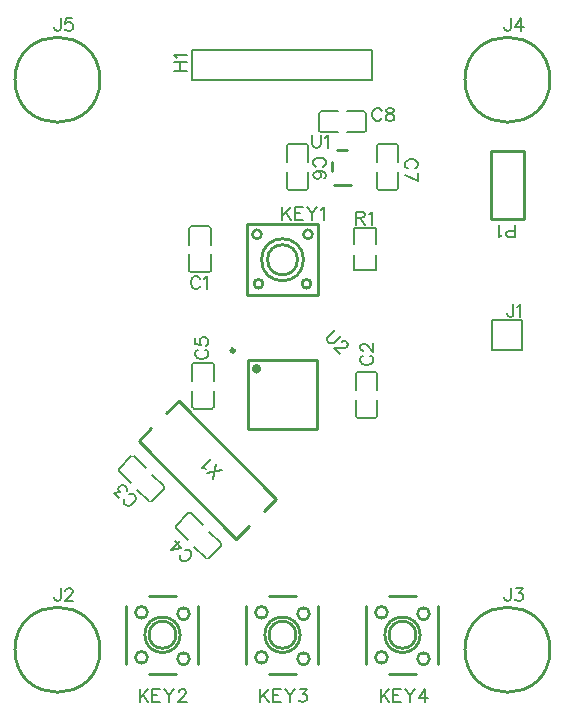
<source format=gto>
G04 Layer: TopSilkscreenLayer*
G04 EasyEDA v6.5.34, 2023-09-04 11:54:11*
G04 81153b16d9204a1fb18c57ec6b78e56b,7e63b50fb6014f29bd7207b67e5f40bc,10*
G04 Gerber Generator version 0.2*
G04 Scale: 100 percent, Rotated: No, Reflected: No *
G04 Dimensions in millimeters *
G04 leading zeros omitted , absolute positions ,4 integer and 5 decimal *
%FSLAX45Y45*%
%MOMM*%

%ADD10C,0.1524*%
%ADD11C,0.2540*%
%ADD12C,0.2032*%
%ADD13C,0.2030*%
%ADD14C,0.3000*%
%ADD15C,0.4000*%
%ADD16C,0.0164*%

%LPD*%
D10*
X2758699Y4594100D02*
G01*
X2769113Y4599434D01*
X2779527Y4609848D01*
X2784607Y4620008D01*
X2784607Y4640836D01*
X2779527Y4651250D01*
X2769113Y4661664D01*
X2758699Y4666998D01*
X2742951Y4672078D01*
X2717043Y4672078D01*
X2701549Y4666998D01*
X2691135Y4661664D01*
X2680721Y4651250D01*
X2675641Y4640836D01*
X2675641Y4620008D01*
X2680721Y4609848D01*
X2691135Y4599434D01*
X2701549Y4594100D01*
X2769113Y4497580D02*
G01*
X2779527Y4502660D01*
X2784607Y4518408D01*
X2784607Y4528568D01*
X2779527Y4544316D01*
X2763779Y4554730D01*
X2737871Y4559810D01*
X2711963Y4559810D01*
X2691135Y4554730D01*
X2680721Y4544316D01*
X2675641Y4528568D01*
X2675641Y4523488D01*
X2680721Y4507994D01*
X2691135Y4497580D01*
X2706629Y4492246D01*
X2711963Y4492246D01*
X2727457Y4497580D01*
X2737871Y4507994D01*
X2742951Y4523488D01*
X2742951Y4528568D01*
X2737871Y4544316D01*
X2727457Y4554730D01*
X2711963Y4559810D01*
X3533409Y4581425D02*
G01*
X3543823Y4586759D01*
X3554237Y4597173D01*
X3559317Y4607333D01*
X3559317Y4628161D01*
X3554237Y4638575D01*
X3543823Y4648989D01*
X3533409Y4654323D01*
X3517661Y4659403D01*
X3491753Y4659403D01*
X3476259Y4654323D01*
X3465845Y4648989D01*
X3455431Y4638575D01*
X3450351Y4628161D01*
X3450351Y4607333D01*
X3455431Y4597173D01*
X3465845Y4586759D01*
X3476259Y4581425D01*
X3559317Y4474491D02*
G01*
X3450351Y4526307D01*
X3559317Y4547135D02*
G01*
X3559317Y4474491D01*
X3255276Y5066301D02*
G01*
X3249942Y5076715D01*
X3239528Y5087129D01*
X3229368Y5092209D01*
X3208540Y5092209D01*
X3198126Y5087129D01*
X3187712Y5076715D01*
X3182378Y5066301D01*
X3177298Y5050553D01*
X3177298Y5024645D01*
X3182378Y5009151D01*
X3187712Y4998737D01*
X3198126Y4988323D01*
X3208540Y4983243D01*
X3229368Y4983243D01*
X3239528Y4988323D01*
X3249942Y4998737D01*
X3255276Y5009151D01*
X3315474Y5092209D02*
G01*
X3299980Y5087129D01*
X3294646Y5076715D01*
X3294646Y5066301D01*
X3299980Y5055887D01*
X3310394Y5050553D01*
X3330968Y5045473D01*
X3346716Y5040393D01*
X3357130Y5029979D01*
X3362210Y5019565D01*
X3362210Y5003817D01*
X3357130Y4993403D01*
X3351796Y4988323D01*
X3336302Y4983243D01*
X3315474Y4983243D01*
X3299980Y4988323D01*
X3294646Y4993403D01*
X3289566Y5003817D01*
X3289566Y5019565D01*
X3294646Y5029979D01*
X3305060Y5040393D01*
X3320808Y5045473D01*
X3341382Y5050553D01*
X3351796Y5055887D01*
X3357130Y5066301D01*
X3357130Y5076715D01*
X3351796Y5087129D01*
X3336302Y5092209D01*
X3315474Y5092209D01*
X2669306Y4863619D02*
G01*
X2669306Y4785641D01*
X2674386Y4770147D01*
X2684800Y4759733D01*
X2700548Y4754653D01*
X2710962Y4754653D01*
X2726456Y4759733D01*
X2736870Y4770147D01*
X2741950Y4785641D01*
X2741950Y4863619D01*
X2776240Y4842791D02*
G01*
X2786654Y4848125D01*
X2802402Y4863619D01*
X2802402Y4754653D01*
X536966Y1028209D02*
G01*
X536966Y945151D01*
X531632Y929403D01*
X526552Y924323D01*
X516138Y919243D01*
X505724Y919243D01*
X495310Y924323D01*
X489976Y929403D01*
X484896Y945151D01*
X484896Y955565D01*
X576336Y1002301D02*
G01*
X576336Y1007381D01*
X581416Y1017795D01*
X586750Y1023129D01*
X597164Y1028209D01*
X617992Y1028209D01*
X628406Y1023129D01*
X633486Y1017795D01*
X638566Y1007381D01*
X638566Y996967D01*
X633486Y986553D01*
X623072Y971059D01*
X571256Y919243D01*
X643900Y919243D01*
X4346958Y1028209D02*
G01*
X4346958Y945151D01*
X4341624Y929403D01*
X4336544Y924323D01*
X4326130Y919243D01*
X4315716Y919243D01*
X4305302Y924323D01*
X4299968Y929403D01*
X4294888Y945151D01*
X4294888Y955565D01*
X4391408Y1028209D02*
G01*
X4448558Y1028209D01*
X4417570Y986553D01*
X4433064Y986553D01*
X4443478Y981473D01*
X4448558Y976393D01*
X4453892Y960645D01*
X4453892Y950231D01*
X4448558Y934737D01*
X4438398Y924323D01*
X4422650Y919243D01*
X4407156Y919243D01*
X4391408Y924323D01*
X4386328Y929403D01*
X4381248Y939817D01*
X4346958Y5854199D02*
G01*
X4346958Y5771141D01*
X4341624Y5755393D01*
X4336544Y5750313D01*
X4326130Y5745233D01*
X4315716Y5745233D01*
X4305302Y5750313D01*
X4299968Y5755393D01*
X4294888Y5771141D01*
X4294888Y5781555D01*
X4433064Y5854199D02*
G01*
X4381248Y5781555D01*
X4458972Y5781555D01*
X4433064Y5854199D02*
G01*
X4433064Y5745233D01*
X536966Y5854199D02*
G01*
X536966Y5771141D01*
X531632Y5755393D01*
X526552Y5750313D01*
X516138Y5745233D01*
X505724Y5745233D01*
X495310Y5750313D01*
X489976Y5755393D01*
X484896Y5771141D01*
X484896Y5781555D01*
X633486Y5854199D02*
G01*
X581416Y5854199D01*
X576336Y5807463D01*
X581416Y5812543D01*
X597164Y5817877D01*
X612658Y5817877D01*
X628406Y5812543D01*
X638566Y5802383D01*
X643900Y5786635D01*
X643900Y5776221D01*
X638566Y5760727D01*
X628406Y5750313D01*
X612658Y5745233D01*
X597164Y5745233D01*
X581416Y5750313D01*
X576336Y5755393D01*
X571256Y5765807D01*
X1718576Y3643891D02*
G01*
X1713242Y3654305D01*
X1702828Y3664719D01*
X1692668Y3669799D01*
X1671840Y3669799D01*
X1661426Y3664719D01*
X1651012Y3654305D01*
X1645678Y3643891D01*
X1640598Y3628143D01*
X1640598Y3602235D01*
X1645678Y3586741D01*
X1651012Y3576327D01*
X1661426Y3565913D01*
X1671840Y3560833D01*
X1692668Y3560833D01*
X1702828Y3565913D01*
X1713242Y3576327D01*
X1718576Y3586741D01*
X1752866Y3648971D02*
G01*
X1763280Y3654305D01*
X1778774Y3669799D01*
X1778774Y3560833D01*
X3100565Y2997474D02*
G01*
X3090151Y2992140D01*
X3079734Y2981723D01*
X3074657Y2971566D01*
X3074657Y2950735D01*
X3079737Y2940324D01*
X3090151Y2929910D01*
X3100565Y2924576D01*
X3116313Y2919493D01*
X3142221Y2919493D01*
X3157715Y2924576D01*
X3168129Y2929910D01*
X3178543Y2940324D01*
X3183620Y2950735D01*
X3183623Y2971566D01*
X3178543Y2981723D01*
X3168129Y2992140D01*
X3157715Y2997474D01*
X3100565Y3036841D02*
G01*
X3095485Y3036841D01*
X3085071Y3042175D01*
X3079737Y3047255D01*
X3074657Y3057672D01*
X3074657Y3078497D01*
X3079734Y3088911D01*
X3085071Y3093991D01*
X3095482Y3099325D01*
X3105899Y3099328D01*
X3116313Y3093994D01*
X3131807Y3083577D01*
X3183623Y3031761D01*
X3183623Y3104405D01*
X1077727Y1781111D02*
G01*
X1074135Y1769976D01*
X1074135Y1755249D01*
X1077727Y1744471D01*
X1092456Y1729745D01*
X1103411Y1725973D01*
X1118138Y1725973D01*
X1129273Y1729564D01*
X1144003Y1737108D01*
X1162321Y1755427D01*
X1169685Y1769976D01*
X1173276Y1781111D01*
X1173276Y1795838D01*
X1169504Y1806795D01*
X1154777Y1821522D01*
X1144003Y1825114D01*
X1129273Y1825114D01*
X1118138Y1821522D01*
X1027798Y1794403D02*
G01*
X987386Y1834812D01*
X1038933Y1842178D01*
X1027976Y1853133D01*
X1024206Y1864088D01*
X1024026Y1871451D01*
X1031570Y1886181D01*
X1038933Y1893544D01*
X1053480Y1900908D01*
X1068209Y1900908D01*
X1082936Y1893364D01*
X1093891Y1882409D01*
X1101255Y1867860D01*
X1101435Y1860496D01*
X1097663Y1849541D01*
X1547632Y1311206D02*
G01*
X1544040Y1300071D01*
X1544040Y1285344D01*
X1547632Y1274566D01*
X1562361Y1259839D01*
X1573316Y1256068D01*
X1588043Y1256068D01*
X1599178Y1259659D01*
X1613908Y1267203D01*
X1632226Y1285521D01*
X1639590Y1300071D01*
X1643181Y1311206D01*
X1643181Y1325933D01*
X1639409Y1336890D01*
X1624683Y1351617D01*
X1613908Y1355209D01*
X1599178Y1355209D01*
X1588043Y1351617D01*
X1468427Y1353771D02*
G01*
X1556433Y1368501D01*
X1501294Y1423639D01*
X1468427Y1353771D02*
G01*
X1545478Y1430822D01*
X1703567Y3048261D02*
G01*
X1693153Y3042927D01*
X1682742Y3032513D01*
X1677662Y3022353D01*
X1677662Y3001525D01*
X1682742Y2991114D01*
X1693153Y2980700D01*
X1703570Y2975366D01*
X1719315Y2970283D01*
X1745223Y2970286D01*
X1760720Y2975366D01*
X1771131Y2980700D01*
X1781548Y2991111D01*
X1786628Y3001528D01*
X1786628Y3022356D01*
X1781548Y3032516D01*
X1771131Y3042930D01*
X1760720Y3048264D01*
X1677662Y3144784D02*
G01*
X1677662Y3092965D01*
X1724395Y3087634D01*
X1719315Y3092968D01*
X1713981Y3108462D01*
X1713981Y3123956D01*
X1719315Y3139704D01*
X1729475Y3150118D01*
X1745223Y3155195D01*
X1755637Y3155200D01*
X1771131Y3150115D01*
X1781548Y3139704D01*
X1786628Y3123956D01*
X1786625Y3108462D01*
X1781545Y3092968D01*
X1776468Y3087634D01*
X1766054Y3082554D01*
X1499880Y5408686D02*
G01*
X1608846Y5408686D01*
X1499880Y5481330D02*
G01*
X1608846Y5481330D01*
X1551696Y5408686D02*
G01*
X1551696Y5481330D01*
X1520708Y5515620D02*
G01*
X1515374Y5526034D01*
X1499880Y5541782D01*
X1608846Y5541782D01*
X4370062Y3432548D02*
G01*
X4370062Y3349490D01*
X4364728Y3333742D01*
X4359648Y3328662D01*
X4349234Y3323582D01*
X4338820Y3323582D01*
X4328406Y3328662D01*
X4323072Y3333742D01*
X4317992Y3349490D01*
X4317992Y3359904D01*
X4404352Y3411720D02*
G01*
X4414512Y3417054D01*
X4430260Y3432548D01*
X4430260Y3323582D01*
X2415278Y4254012D02*
G01*
X2415278Y4145046D01*
X2487922Y4254012D02*
G01*
X2415278Y4181368D01*
X2441186Y4207276D02*
G01*
X2487922Y4145046D01*
X2522212Y4254012D02*
G01*
X2522212Y4145046D01*
X2522212Y4254012D02*
G01*
X2589776Y4254012D01*
X2522212Y4202196D02*
G01*
X2563868Y4202196D01*
X2522212Y4145046D02*
G01*
X2589776Y4145046D01*
X2624066Y4254012D02*
G01*
X2665722Y4202196D01*
X2665722Y4145046D01*
X2707378Y4254012D02*
G01*
X2665722Y4202196D01*
X2741668Y4233184D02*
G01*
X2751828Y4238518D01*
X2767576Y4254012D01*
X2767576Y4145046D01*
X1205290Y173804D02*
G01*
X1205290Y64838D01*
X1277934Y173804D02*
G01*
X1205290Y101160D01*
X1231198Y127068D02*
G01*
X1277934Y64838D01*
X1312224Y173804D02*
G01*
X1312224Y64838D01*
X1312224Y173804D02*
G01*
X1379788Y173804D01*
X1312224Y121988D02*
G01*
X1353880Y121988D01*
X1312224Y64838D02*
G01*
X1379788Y64838D01*
X1414078Y173804D02*
G01*
X1455734Y121988D01*
X1455734Y64838D01*
X1497390Y173804D02*
G01*
X1455734Y121988D01*
X1536760Y147896D02*
G01*
X1536760Y152976D01*
X1541840Y163390D01*
X1547174Y168724D01*
X1557588Y173804D01*
X1578416Y173804D01*
X1588830Y168724D01*
X1593910Y163390D01*
X1598990Y152976D01*
X1598990Y142562D01*
X1593910Y132148D01*
X1583496Y116654D01*
X1531680Y64838D01*
X1604324Y64838D01*
X2225286Y173804D02*
G01*
X2225286Y64838D01*
X2297930Y173804D02*
G01*
X2225286Y101160D01*
X2251194Y127068D02*
G01*
X2297930Y64838D01*
X2332220Y173804D02*
G01*
X2332220Y64838D01*
X2332220Y173804D02*
G01*
X2399784Y173804D01*
X2332220Y121988D02*
G01*
X2373876Y121988D01*
X2332220Y64838D02*
G01*
X2399784Y64838D01*
X2434074Y173804D02*
G01*
X2475730Y121988D01*
X2475730Y64838D01*
X2517386Y173804D02*
G01*
X2475730Y121988D01*
X2561836Y173804D02*
G01*
X2618986Y173804D01*
X2587998Y132148D01*
X2603492Y132148D01*
X2613906Y127068D01*
X2618986Y121988D01*
X2624320Y106240D01*
X2624320Y95826D01*
X2618986Y80332D01*
X2608826Y69918D01*
X2593078Y64838D01*
X2577584Y64838D01*
X2561836Y69918D01*
X2556756Y74998D01*
X2551676Y85412D01*
X3245281Y173804D02*
G01*
X3245281Y64838D01*
X3317925Y173804D02*
G01*
X3245281Y101160D01*
X3271189Y127068D02*
G01*
X3317925Y64838D01*
X3352215Y173804D02*
G01*
X3352215Y64838D01*
X3352215Y173804D02*
G01*
X3419779Y173804D01*
X3352215Y121988D02*
G01*
X3393871Y121988D01*
X3352215Y64838D02*
G01*
X3419779Y64838D01*
X3454069Y173804D02*
G01*
X3495725Y121988D01*
X3495725Y64838D01*
X3537381Y173804D02*
G01*
X3495725Y121988D01*
X3623487Y173804D02*
G01*
X3571671Y101160D01*
X3649395Y101160D01*
X3623487Y173804D02*
G01*
X3623487Y64838D01*
X4383788Y3997965D02*
G01*
X4383788Y4106931D01*
X4383788Y3997965D02*
G01*
X4337052Y3997965D01*
X4321558Y4003045D01*
X4316224Y4008379D01*
X4311144Y4018793D01*
X4311144Y4034287D01*
X4316224Y4044701D01*
X4321558Y4049781D01*
X4337052Y4055115D01*
X4383788Y4055115D01*
X4276854Y4018793D02*
G01*
X4266440Y4013459D01*
X4250692Y3997965D01*
X4250692Y4106931D01*
X3037591Y4215899D02*
G01*
X3037591Y4106933D01*
X3037591Y4215899D02*
G01*
X3084327Y4215899D01*
X3099821Y4210819D01*
X3105155Y4205485D01*
X3110235Y4195071D01*
X3110235Y4184657D01*
X3105155Y4174243D01*
X3099821Y4169163D01*
X3084327Y4164083D01*
X3037591Y4164083D01*
X3073913Y4164083D02*
G01*
X3110235Y4106933D01*
X3144525Y4195071D02*
G01*
X3154939Y4200405D01*
X3170687Y4215899D01*
X3170687Y4106933D01*
X2856049Y3214001D02*
G01*
X2800908Y3158860D01*
X2793545Y3144314D01*
X2793545Y3129587D01*
X2801089Y3114860D01*
X2808452Y3107496D01*
X2823001Y3100133D01*
X2837728Y3100133D01*
X2852277Y3107496D01*
X2907416Y3162635D01*
X2917113Y3116298D02*
G01*
X2920705Y3119887D01*
X2931662Y3123661D01*
X2939206Y3123661D01*
X2950161Y3119889D01*
X2964708Y3105340D01*
X2968482Y3094382D01*
X2968482Y3086839D01*
X2964708Y3075886D01*
X2957344Y3068520D01*
X2946389Y3064751D01*
X2928071Y3061157D01*
X2854612Y3061337D01*
X2906158Y3009790D01*
X1825752Y1948957D02*
G01*
X1851436Y2077374D01*
X1774385Y2000323D02*
G01*
X1902802Y2026008D01*
X1764865Y2039299D02*
G01*
X1753730Y2042891D01*
X1731639Y2043069D01*
X1808690Y2120120D01*
X2451935Y4777013D02*
G01*
X2451935Y4636013D01*
X2632656Y4636013D02*
G01*
X2632656Y4777013D01*
X2617416Y4792253D02*
G01*
X2467175Y4792253D01*
X2451935Y4414773D02*
G01*
X2451935Y4555774D01*
X2632656Y4555774D02*
G01*
X2632656Y4414773D01*
X2617416Y4399534D02*
G01*
X2467175Y4399534D01*
X3213933Y4777013D02*
G01*
X3213933Y4636013D01*
X3394654Y4636013D02*
G01*
X3394654Y4777013D01*
X3379414Y4792253D02*
G01*
X3229173Y4792253D01*
X3213933Y4414773D02*
G01*
X3213933Y4555774D01*
X3394654Y4555774D02*
G01*
X3394654Y4414773D01*
X3379414Y4399534D02*
G01*
X3229173Y4399534D01*
X2742176Y4886533D02*
G01*
X2883176Y4886533D01*
X2883176Y5067254D02*
G01*
X2742176Y5067254D01*
X2726936Y5052014D02*
G01*
X2726936Y4901773D01*
X3104415Y4886533D02*
G01*
X2963415Y4886533D01*
X2963415Y5067254D02*
G01*
X3104415Y5067254D01*
X3119655Y5052014D02*
G01*
X3119655Y4901773D01*
D11*
X2853446Y4443496D02*
G01*
X2993143Y4443491D01*
X2881050Y4735591D02*
G01*
X2965528Y4735591D01*
X2834393Y4557796D02*
G01*
X2834393Y4633991D01*
D10*
X1807156Y3716273D02*
G01*
X1807156Y3857274D01*
X1626435Y3857274D02*
G01*
X1626435Y3716273D01*
X1641675Y3701034D02*
G01*
X1791916Y3701034D01*
X1807156Y4078513D02*
G01*
X1807156Y3937513D01*
X1626435Y3937513D02*
G01*
X1626435Y4078513D01*
X1641675Y4093753D02*
G01*
X1791916Y4093753D01*
X3036122Y2846611D02*
G01*
X3036122Y2705610D01*
X3216843Y2705610D02*
G01*
X3216843Y2846611D01*
X3201603Y2861851D02*
G01*
X3051362Y2861851D01*
X3036122Y2484371D02*
G01*
X3036122Y2625371D01*
X3216843Y2625371D02*
G01*
X3216843Y2484371D01*
X3201603Y2469131D02*
G01*
X3051362Y2469131D01*
X1029517Y2018466D02*
G01*
X1129220Y1918764D01*
X1257010Y2046554D02*
G01*
X1157307Y2146256D01*
X1135753Y2146256D02*
G01*
X1029517Y2040021D01*
X1285659Y1762325D02*
G01*
X1185956Y1862028D01*
X1313746Y1989818D02*
G01*
X1413449Y1890115D01*
X1413449Y1868561D02*
G01*
X1307213Y1762325D01*
X1896049Y1407515D02*
G01*
X1796346Y1507218D01*
X1668556Y1379428D02*
G01*
X1768259Y1279725D01*
X1789813Y1279725D02*
G01*
X1896049Y1385961D01*
X1639907Y1663656D02*
G01*
X1739610Y1563954D01*
X1611820Y1436164D02*
G01*
X1512117Y1535866D01*
X1512117Y1557421D02*
G01*
X1618353Y1663656D01*
X1832543Y2560571D02*
G01*
X1832543Y2701571D01*
X1651822Y2701571D02*
G01*
X1651822Y2560571D01*
X1667062Y2545331D02*
G01*
X1817303Y2545331D01*
X1832543Y2922811D02*
G01*
X1832543Y2781810D01*
X1651822Y2781810D02*
G01*
X1651822Y2922811D01*
X1667062Y2938051D02*
G01*
X1817303Y2938051D01*
D12*
X2986791Y5332483D02*
G01*
X3177291Y5332483D01*
X3177291Y5586483D01*
X1653291Y5586483D01*
X1653291Y5332483D01*
D13*
X1653291Y5332483D02*
G01*
X2986791Y5332483D01*
D12*
X4444992Y3047992D02*
G01*
X4190992Y3047992D01*
X4190992Y3301992D01*
X4444992Y3301992D01*
X4444992Y3111492D01*
D13*
X4444992Y3047992D02*
G01*
X4444992Y3111492D01*
D11*
X2115278Y4108495D02*
G01*
X2715277Y4108495D01*
X2115278Y3508522D02*
G01*
X2115278Y4108521D01*
X2715277Y3508496D02*
G01*
X2115278Y3508496D01*
X2715277Y4108495D02*
G01*
X2715277Y3508496D01*
X1287249Y963691D02*
G01*
X1511338Y963691D01*
X1094493Y388477D02*
G01*
X1094493Y878504D01*
X1287249Y303291D02*
G01*
X1511338Y303291D01*
X1704093Y388477D02*
G01*
X1704093Y878504D01*
X2303246Y963691D02*
G01*
X2527335Y963691D01*
X2110491Y388477D02*
G01*
X2110491Y878504D01*
X2303246Y303291D02*
G01*
X2527335Y303291D01*
X2720091Y388477D02*
G01*
X2720091Y878504D01*
X3319244Y963691D02*
G01*
X3543333Y963691D01*
X3126488Y388477D02*
G01*
X3126488Y878504D01*
X3319244Y303291D02*
G01*
X3543333Y303291D01*
X3736088Y388477D02*
G01*
X3736088Y878504D01*
X4180283Y4155475D02*
G01*
X4180283Y4731471D01*
X4459277Y4731471D01*
X4459277Y4155475D01*
X4180283Y4155475D01*
D10*
X3022086Y3849773D02*
G01*
X3022086Y3721280D01*
X3205505Y3721280D01*
X3205505Y3849773D01*
X3022086Y3945013D02*
G01*
X3022086Y4073507D01*
X3205505Y4073507D01*
X3205505Y3945013D01*
D11*
X2710281Y2961751D02*
G01*
X2120295Y2961751D01*
X2120292Y2371760D01*
X2710284Y2371760D01*
X2710281Y2961751D01*
X1196921Y2274450D02*
G01*
X2024235Y1447131D01*
X1536331Y2613858D02*
G01*
X1430263Y2507792D01*
X1536331Y2613860D02*
G01*
X2363647Y1786544D01*
X1302986Y2380510D02*
G01*
X1196919Y2274445D01*
X2363642Y1786544D02*
G01*
X2257577Y1680479D01*
X2130297Y1553199D02*
G01*
X2024232Y1447131D01*
D10*
G75*
G01*
X2632657Y4777014D02*
G03*
X2617417Y4792254I-15240J0D01*
G75*
G01*
X2467176Y4792254D02*
G03*
X2451936Y4777014I0J-15240D01*
G75*
G01*
X2632657Y4414774D02*
G02*
X2617417Y4399534I-15240J0D01*
G75*
G01*
X2467176Y4399534D02*
G02*
X2451936Y4414774I0J15240D01*
G75*
G01*
X3394654Y4777014D02*
G03*
X3379414Y4792254I-15240J0D01*
G75*
G01*
X3229173Y4792254D02*
G03*
X3213933Y4777014I0J-15240D01*
G75*
G01*
X3394654Y4414774D02*
G02*
X3379414Y4399534I-15240J0D01*
G75*
G01*
X3229173Y4399534D02*
G02*
X3213933Y4414774I0J15240D01*
G75*
G01*
X2742176Y5067254D02*
G03*
X2726936Y5052014I0J-15240D01*
G75*
G01*
X2726936Y4901773D02*
G03*
X2742176Y4886533I15240J0D01*
G75*
G01*
X3104416Y5067254D02*
G02*
X3119656Y5052014I0J-15240D01*
G75*
G01*
X3119656Y4901773D02*
G02*
X3104416Y4886533I-15240J0D01*
G75*
G01*
X1626436Y3716274D02*
G03*
X1641676Y3701034I15240J0D01*
G75*
G01*
X1791917Y3701034D02*
G03*
X1807157Y3716274I0J15240D01*
G75*
G01*
X1626436Y4078514D02*
G02*
X1641676Y4093754I15240J0D01*
G75*
G01*
X1791917Y4093754D02*
G02*
X1807157Y4078514I0J-15240D01*
G75*
G01*
X3216844Y2846611D02*
G03*
X3201604Y2861851I-15240J0D01*
G75*
G01*
X3051363Y2861851D02*
G03*
X3036123Y2846611I0J-15240D01*
G75*
G01*
X3216844Y2484371D02*
G02*
X3201604Y2469131I-15240J0D01*
G75*
G01*
X3051363Y2469131D02*
G02*
X3036123Y2484371I0J15240D01*
G75*
G01*
X1157308Y2146257D02*
G03*
X1135753Y2146257I-10777J-10776D01*
G75*
G01*
X1029518Y2040021D02*
G03*
X1029518Y2018467I10775J-10777D01*
G75*
G01*
X1413449Y1890116D02*
G02*
X1413449Y1868561I-10775J-10778D01*
G75*
G01*
X1307214Y1762326D02*
G02*
X1285659Y1762326I-10778J10775D01*
G75*
G01*
X1768259Y1279726D02*
G03*
X1789814Y1279726I10777J10775D01*
G75*
G01*
X1896049Y1385961D02*
G03*
X1896049Y1407516I-10775J10777D01*
G75*
G01*
X1512118Y1535867D02*
G02*
X1512118Y1557421I10775J10777D01*
G75*
G01*
X1618353Y1663657D02*
G02*
X1639908Y1663657I10778J-10776D01*
G75*
G01*
X1651823Y2560571D02*
G03*
X1667063Y2545331I15240J0D01*
G75*
G01*
X1817304Y2545331D02*
G03*
X1832544Y2560571I0J15240D01*
G75*
G01*
X1651823Y2922811D02*
G02*
X1667063Y2938051I15240J0D01*
G75*
G01*
X1817304Y2938051D02*
G02*
X1832544Y2922811I0J-15240D01*
D14*
G75*
G01*
X2008889Y3041406D02*
G03*
X2008889Y3041152I-15001J-127D01*
D15*
G75*
G01*
X2215391Y2886720D02*
G03*
X2215391Y2886466I-20000J-127D01*
D11*
G75*
G01
X870280Y506501D02*
G03X870280Y506501I-359994J0D01*
G75*
G01
X4680280Y506501D02*
G03X4680280Y506501I-359994J0D01*
G75*
G01
X4680280Y5332476D02*
G03X4680280Y5332476I-359994J0D01*
G75*
G01
X870280Y5332476D02*
G03X870280Y5332476I-359994J0D01*
G75*
G01
X2237461Y4024401D02*
G03X2237461Y4024401I-38100J0D01*
G75*
G01
X2669261Y4024401D02*
G03X2669261Y4024401I-38100J0D01*
G75*
G01
X2250161Y3605301D02*
G03X2250161Y3605301I-38100J0D01*
G75*
G01
X2656561Y3605301D02*
G03X2656561Y3605301I-38100J0D01*
G75*
G01
X2593061Y3808501D02*
G03X2593061Y3808501I-177800J0D01*
G75*
G01
X2542261Y3808501D02*
G03X2542261Y3808501I-127000J0D01*
G75*
G01
X1272286Y443001D02*
G03X1272286Y443001I-50800J0D01*
G75*
G01
X1627886Y430301D02*
G03X1627886Y430301I-50800J0D01*
G75*
G01
X1272286Y824001D02*
G03X1272286Y824001I-50800J0D01*
G75*
G01
X1627886Y811301D02*
G03X1627886Y811301I-50800J0D01*
G75*
G01
X1513586Y633501D02*
G03X1513586Y633501I-114300J0D01*
G75*
G01
X1549400Y633501D02*
G03X1549400Y633501I-150114J0D01*
G75*
G01
X2288286Y443001D02*
G03X2288286Y443001I-50800J0D01*
G75*
G01
X2643886Y430301D02*
G03X2643886Y430301I-50800J0D01*
G75*
G01
X2288286Y824001D02*
G03X2288286Y824001I-50800J0D01*
G75*
G01
X2643886Y811301D02*
G03X2643886Y811301I-50800J0D01*
G75*
G01
X2529586Y633501D02*
G03X2529586Y633501I-114300J0D01*
G75*
G01
X2565400Y633501D02*
G03X2565400Y633501I-150114J0D01*
G75*
G01
X3304286Y443001D02*
G03X3304286Y443001I-50800J0D01*
G75*
G01
X3659886Y430301D02*
G03X3659886Y430301I-50800J0D01*
G75*
G01
X3304286Y824001D02*
G03X3304286Y824001I-50800J0D01*
G75*
G01
X3659886Y811301D02*
G03X3659886Y811301I-50800J0D01*
G75*
G01
X3545586Y633501D02*
G03X3545586Y633501I-114300J0D01*
G75*
G01
X3581400Y633501D02*
G03X3581400Y633501I-150114J0D01*
M02*

</source>
